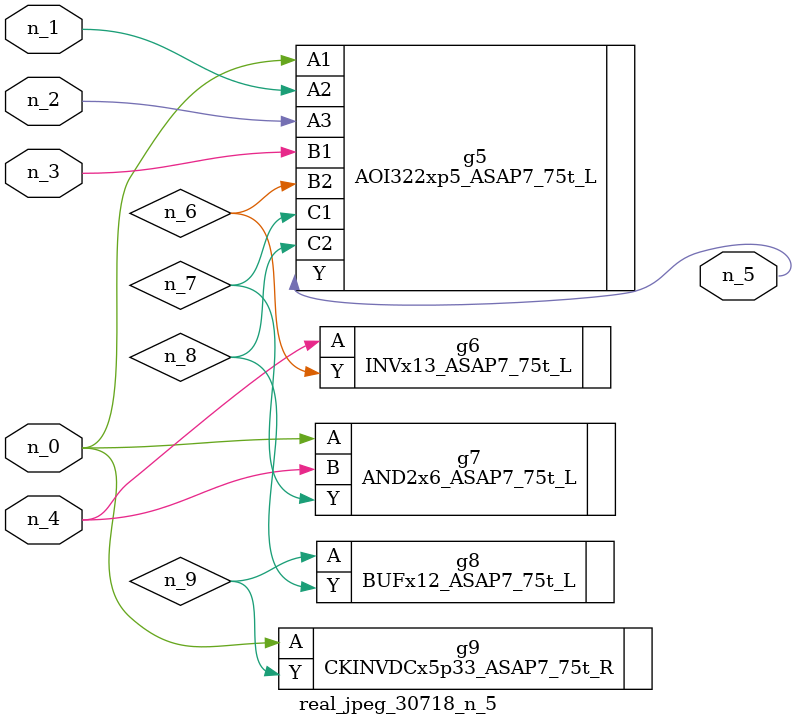
<source format=v>
module real_jpeg_30718_n_5 (n_4, n_0, n_1, n_2, n_3, n_5);

input n_4;
input n_0;
input n_1;
input n_2;
input n_3;

output n_5;

wire n_8;
wire n_6;
wire n_7;
wire n_9;

AOI322xp5_ASAP7_75t_L g5 ( 
.A1(n_0),
.A2(n_1),
.A3(n_2),
.B1(n_3),
.B2(n_6),
.C1(n_7),
.C2(n_8),
.Y(n_5)
);

AND2x6_ASAP7_75t_L g7 ( 
.A(n_0),
.B(n_4),
.Y(n_7)
);

CKINVDCx5p33_ASAP7_75t_R g9 ( 
.A(n_0),
.Y(n_9)
);

INVx13_ASAP7_75t_L g6 ( 
.A(n_4),
.Y(n_6)
);

BUFx12_ASAP7_75t_L g8 ( 
.A(n_9),
.Y(n_8)
);


endmodule
</source>
